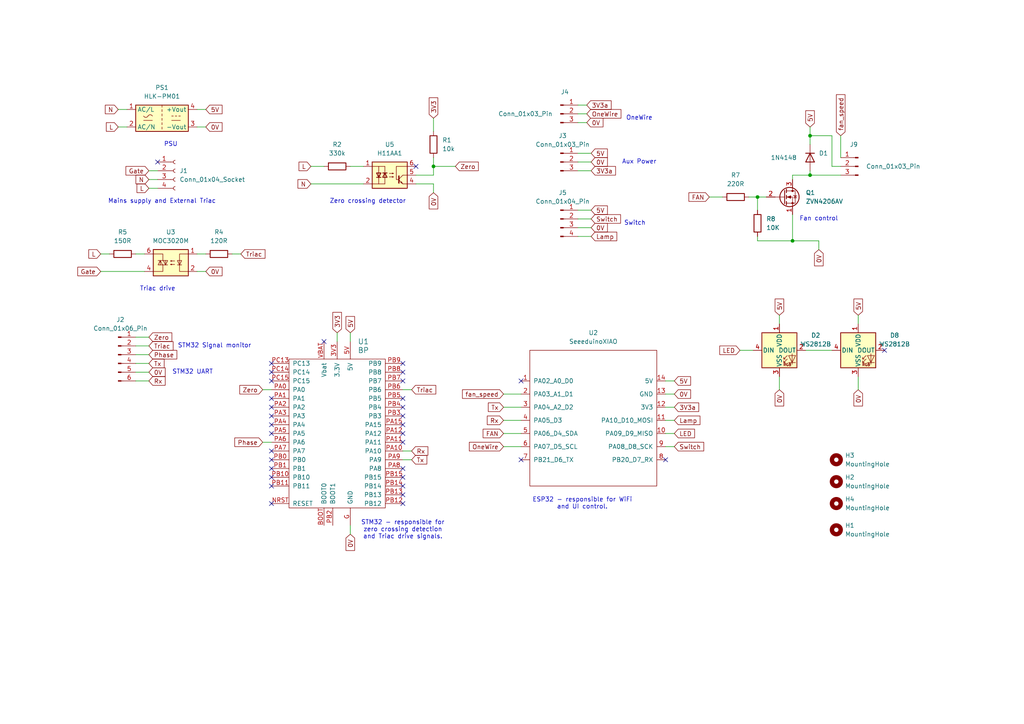
<source format=kicad_sch>
(kicad_sch (version 20250114) (generator "eeschema") (generator_version "9.0")
  (paper "A4")
  (lib_symbols
    (symbol "Connector:Conn_01x03_Pin" (pin_names (offset 1.016) (hide yes))
      (property "Reference" "J" (at 0 5.08 0))
      (property "Value" "Conn_01x03_Pin" (at 0 -5.08 0))
      (symbol "Conn_01x03_Pin_1_1"
        (rectangle (start 0.8636 2.667) (end 0 2.413) (stroke (width 0.1524)) (fill (type outline)))
        (rectangle (start 0.8636 0.127) (end 0 -0.127) (stroke (width 0.1524)) (fill (type outline)))
        (rectangle (start 0.8636 -2.413) (end 0 -2.667) (stroke (width 0.1524)) (fill (type outline)))
        (polyline (pts (xy 1.27 2.54) (xy 0.8636 2.54)) (stroke (width 0.1524)))
        (polyline (pts (xy 1.27 0) (xy 0.8636 0)) (stroke (width 0.1524)))
        (polyline (pts (xy 1.27 -2.54) (xy 0.8636 -2.54)) (stroke (width 0.1524)))
        (pin passive line (at 5.08 2.54 180) (length 3.81) (name "Pin_1") (number "1"))
        (pin passive line (at 5.08 0 180) (length 3.81) (name "Pin_2") (number "2"))
        (pin passive line (at 5.08 -2.54 180) (length 3.81) (name "Pin_3") (number "3"))
      )
    )
    (symbol "Connector:Conn_01x04_Pin" (pin_names (offset 1.016) (hide yes))
      (property "Reference" "J" (at 0 5.08 0))
      (property "Value" "Conn_01x04_Pin" (at 0 -7.62 0))
      (symbol "Conn_01x04_Pin_1_1"
        (rectangle (start 0.8636 2.667) (end 0 2.413) (stroke (width 0.1524)) (fill (type outline)))
        (rectangle (start 0.8636 0.127) (end 0 -0.127) (stroke (width 0.1524)) (fill (type outline)))
        (rectangle (start 0.8636 -2.413) (end 0 -2.667) (stroke (width 0.1524)) (fill (type outline)))
        (rectangle (start 0.8636 -4.953) (end 0 -5.207) (stroke (width 0.1524)) (fill (type outline)))
        (polyline (pts (xy 1.27 2.54) (xy 0.8636 2.54)) (stroke (width 0.1524)))
        (polyline (pts (xy 1.27 0) (xy 0.8636 0)) (stroke (width 0.1524)))
        (polyline (pts (xy 1.27 -2.54) (xy 0.8636 -2.54)) (stroke (width 0.1524)))
        (polyline (pts (xy 1.27 -5.08) (xy 0.8636 -5.08)) (stroke (width 0.1524)))
        (pin passive line (at 5.08 2.54 180) (length 3.81) (name "Pin_1") (number "1"))
        (pin passive line (at 5.08 0 180) (length 3.81) (name "Pin_2") (number "2"))
        (pin passive line (at 5.08 -2.54 180) (length 3.81) (name "Pin_3") (number "3"))
        (pin passive line (at 5.08 -5.08 180) (length 3.81) (name "Pin_4") (number "4"))
      )
    )
    (symbol "Connector:Conn_01x04_Socket" (pin_names (offset 1.016) (hide yes))
      (property "Reference" "J" (at 0 5.08 0))
      (property "Value" "Conn_01x04_Socket" (at 0 -7.62 0))
      (symbol "Conn_01x04_Socket_1_1"
        (polyline (pts (xy -1.27 2.54) (xy -0.508 2.54)) (stroke (width 0.1524)))
        (polyline (pts (xy -1.27 0) (xy -0.508 0)) (stroke (width 0.1524)))
        (polyline (pts (xy -1.27 -2.54) (xy -0.508 -2.54)) (stroke (width 0.1524)))
        (polyline (pts (xy -1.27 -5.08) (xy -0.508 -5.08)) (stroke (width 0.1524)))
        (arc (start 0 2.032) (mid -0.5058 2.54) (end 0 3.048) (stroke (width 0.1524)))
        (arc (start 0 -0.508) (mid -0.5058 0) (end 0 0.508) (stroke (width 0.1524)))
        (arc (start 0 -3.048) (mid -0.5058 -2.54) (end 0 -2.032) (stroke (width 0.1524)))
        (arc (start 0 -5.588) (mid -0.5058 -5.08) (end 0 -4.572) (stroke (width 0.1524)))
        (pin passive line (at -5.08 2.54 0) (length 3.81) (name "Pin_1") (number "1"))
        (pin passive line (at -5.08 0 0) (length 3.81) (name "Pin_2") (number "2"))
        (pin passive line (at -5.08 -2.54 0) (length 3.81) (name "Pin_3") (number "3"))
        (pin passive line (at -5.08 -5.08 0) (length 3.81) (name "Pin_4") (number "4"))
      )
    )
    (symbol "Connector:Conn_01x06_Pin" (pin_names (offset 1.016) (hide yes))
      (property "Reference" "J" (at 0 7.62 0))
      (property "Value" "Conn_01x06_Pin" (at 0 -10.16 0))
      (symbol "Conn_01x06_Pin_1_1"
        (rectangle (start 0.8636 5.207) (end 0 4.953) (stroke (width 0.1524)) (fill (type outline)))
        (rectangle (start 0.8636 2.667) (end 0 2.413) (stroke (width 0.1524)) (fill (type outline)))
        (rectangle (start 0.8636 0.127) (end 0 -0.127) (stroke (width 0.1524)) (fill (type outline)))
        (rectangle (start 0.8636 -2.413) (end 0 -2.667) (stroke (width 0.1524)) (fill (type outline)))
        (rectangle (start 0.8636 -4.953) (end 0 -5.207) (stroke (width 0.1524)) (fill (type outline)))
        (rectangle (start 0.8636 -7.493) (end 0 -7.747) (stroke (width 0.1524)) (fill (type outline)))
        (polyline (pts (xy 1.27 5.08) (xy 0.8636 5.08)) (stroke (width 0.1524)))
        (polyline (pts (xy 1.27 2.54) (xy 0.8636 2.54)) (stroke (width 0.1524)))
        (polyline (pts (xy 1.27 0) (xy 0.8636 0)) (stroke (width 0.1524)))
        (polyline (pts (xy 1.27 -2.54) (xy 0.8636 -2.54)) (stroke (width 0.1524)))
        (polyline (pts (xy 1.27 -5.08) (xy 0.8636 -5.08)) (stroke (width 0.1524)))
        (polyline (pts (xy 1.27 -7.62) (xy 0.8636 -7.62)) (stroke (width 0.1524)))
        (pin passive line (at 5.08 5.08 180) (length 3.81) (name "Pin_1") (number "1"))
        (pin passive line (at 5.08 2.54 180) (length 3.81) (name "Pin_2") (number "2"))
        (pin passive line (at 5.08 0 180) (length 3.81) (name "Pin_3") (number "3"))
        (pin passive line (at 5.08 -2.54 180) (length 3.81) (name "Pin_4") (number "4"))
        (pin passive line (at 5.08 -5.08 180) (length 3.81) (name "Pin_5") (number "5"))
        (pin passive line (at 5.08 -7.62 180) (length 3.81) (name "Pin_6") (number "6"))
      )
    )
    (symbol "Converter_ACDC:HLK-PM01"
      (property "Reference" "PS" (at 0 5.08 0))
      (property "Value" "HLK-PM01" (at 0 -5.08 0))
      (symbol "HLK-PM01_0_1"
        (rectangle (start -7.62 3.81) (end 7.62 -3.81) (stroke (width 0.254)) (fill (type background)))
        (polyline (pts (xy -5.334 -0.635) (xy -2.794 -0.635)))
        (arc (start -4.064 0.635) (mid -4.699 0.2495) (end -5.334 0.635))
        (arc (start -4.064 0.635) (mid -3.429 1.0072) (end -2.794 0.635))
        (polyline (pts (xy 0 3.81) (xy 0 3.175)))
        (polyline (pts (xy 0 2.54) (xy 0 1.905)))
        (polyline (pts (xy 0 1.27) (xy 0 0.635)))
        (polyline (pts (xy 0 0) (xy 0 -0.635)))
        (polyline (pts (xy 0 -1.27) (xy 0 -1.905)))
        (polyline (pts (xy 0 -2.54) (xy 0 -3.175)))
        (polyline (pts (xy 2.794 0.635) (xy 3.302 0.635)))
        (polyline (pts (xy 2.794 -0.635) (xy 5.334 -0.635)))
        (polyline (pts (xy 3.81 0.635) (xy 4.318 0.635)))
        (polyline (pts (xy 4.826 0.635) (xy 5.334 0.635)))
      )
      (symbol "HLK-PM01_1_1"
        (pin power_in line (at -10.16 2.54 0) (length 2.54) (name "AC/L") (number "1"))
        (pin power_in line (at -10.16 -2.54 0) (length 2.54) (name "AC/N") (number "2"))
        (pin power_out line (at 10.16 2.54 180) (length 2.54) (name "+Vout") (number "4"))
        (pin power_out line (at 10.16 -2.54 180) (length 2.54) (name "-Vout") (number "3"))
      )
    )
    (symbol "Device:R" (pin_numbers (hide yes)) (pin_names (offset 0))
      (property "Reference" "R" (at 2.032 0 90))
      (property "Value" "R" (at 0 0 90))
      (symbol "R_0_1"
        (rectangle (start -1.016 -2.54) (end 1.016 2.54) (stroke (width 0.254)))
      )
      (symbol "R_1_1"
        (pin passive line (at 0 3.81 270) (length 1.27) (name "~") (number "1"))
        (pin passive line (at 0 -3.81 90) (length 1.27) (name "~") (number "2"))
      )
    )
    (symbol "Diode:1N4148WT" (pin_numbers (hide yes)) (pin_names (hide yes))
      (property "Reference" "D" (at 0 2.54 0))
      (property "Value" "1N4148WT" (at 0 -2.54 0))
      (symbol "1N4148WT_0_1"
        (polyline (pts (xy -1.27 1.27) (xy -1.27 -1.27)) (stroke (width 0.254)))
        (polyline (pts (xy 1.27 1.27) (xy 1.27 -1.27) (xy -1.27 0) (xy 1.27 1.27)) (stroke (width 0.254)))
        (polyline (pts (xy 1.27 0) (xy -1.27 0)))
      )
      (symbol "1N4148WT_1_1"
        (pin passive line (at -3.81 0 0) (length 2.54) (name "K") (number "1"))
        (pin passive line (at 3.81 0 180) (length 2.54) (name "A") (number "2"))
      )
    )
    (symbol "Isolator:H11AA1"
      (property "Reference" "U" (at -5.334 4.953 0))
      (property "Value" "H11AA1" (at 0.635 4.953 0))
      (symbol "H11AA1_0_1"
        (polyline (pts (xy -2.032 0.635) (xy -0.762 0.635)) (stroke (width 0.254)))
        (polyline (pts (xy -1.397 2.54) (xy -3.175 2.54)) (stroke (width 0.1524)))
        (polyline (pts (xy -1.397 0.635) (xy -1.397 2.54)))
        (polyline (pts (xy -1.397 0.635) (xy -1.397 -0.635)))
        (polyline (pts (xy -1.397 0.635) (xy -2.032 -0.635) (xy -0.762 -0.635) (xy -1.397 0.635)) (stroke (width 0.254)))
        (polyline (pts (xy -1.397 -0.635) (xy -1.397 -2.54)))
        (polyline (pts (xy -1.397 -2.54) (xy -3.175 -2.54)) (stroke (width 0.1524)))
      )
      (symbol "H11AA1_1_1"
        (rectangle (start -5.08 3.81) (end 5.08 -3.81) (stroke (width 0.254)) (fill (type background)))
        (polyline (pts (xy -5.08 -2.54) (xy -3.175 -2.54) (xy -3.175 2.54) (xy -5.08 2.54)))
        (polyline (pts (xy -3.81 -0.635) (xy -2.54 -0.635)) (stroke (width 0.254)))
        (polyline (pts (xy -3.175 -0.635) (xy -3.81 0.635) (xy -2.54 0.635) (xy -3.175 -0.635)) (stroke (width 0.254)))
        (polyline (pts (xy -0.127 0.508) (xy 1.143 0.508) (xy 0.762 0.381) (xy 0.762 0.635) (xy 1.143 0.508)))
        (polyline (pts (xy -0.127 -0.508) (xy 1.143 -0.508) (xy 0.762 -0.635) (xy 0.762 -0.381) (xy 1.143 -0.508)))
        (polyline (pts (xy 2.667 -0.254) (xy 2.667 -2.286)) (stroke (width 0.3556)))
        (polyline (pts (xy 2.667 -1.143) (xy 3.81 0)))
        (polyline (pts (xy 2.667 -1.397) (xy 3.81 -2.54)))
        (polyline (pts (xy 3.683 -2.413) (xy 3.429 -1.905) (xy 3.175 -2.159) (xy 3.683 -2.413)))
        (polyline (pts (xy 3.81 0) (xy 5.08 0)))
        (polyline (pts (xy 3.81 -2.54) (xy 5.08 -2.54)))
        (polyline (pts (xy 5.08 2.54) (xy 1.905 2.54) (xy 1.905 -1.27) (xy 2.54 -1.27)))
        (pin passive line (at -7.62 2.54 0) (length 2.54) (name "~") (number "1"))
        (pin passive line (at -7.62 -2.54 0) (length 2.54) (name "~") (number "2"))
        (pin no_connect line (at -5.08 0 0) (length 2.54) (hide yes) (name "NC") (number "3"))
        (pin passive line (at 7.62 2.54 180) (length 2.54) (name "~") (number "6"))
        (pin passive line (at 7.62 0 180) (length 2.54) (name "~") (number "5"))
        (pin passive line (at 7.62 -2.54 180) (length 2.54) (name "~") (number "4"))
      )
    )
    (symbol "LED:WS2812B" (pin_names (offset 0.254))
      (property "Reference" "D" (at 5.08 5.715 0))
      (property "Value" "WS2812B" (at 1.27 -5.715 0))
      (symbol "WS2812B_0_0"
        (text "RGB" (at 2.286 -4.191 0) (effects (font (size 0.762 0.762))))
      )
      (symbol "WS2812B_0_1"
        (polyline (pts (xy 1.27 -2.54) (xy 1.778 -2.54)))
        (polyline (pts (xy 1.27 -3.556) (xy 1.778 -3.556)))
        (polyline (pts (xy 2.286 -1.524) (xy 1.27 -2.54) (xy 1.27 -2.032)))
        (polyline (pts (xy 2.286 -2.54) (xy 1.27 -3.556) (xy 1.27 -3.048)))
        (polyline (pts (xy 3.683 -1.016) (xy 3.683 -3.556) (xy 3.683 -4.064)))
        (polyline (pts (xy 4.699 -1.524) (xy 2.667 -1.524) (xy 3.683 -3.556) (xy 4.699 -1.524)))
        (polyline (pts (xy 4.699 -3.556) (xy 2.667 -3.556)))
        (rectangle (start 5.08 5.08) (end -5.08 -5.08) (stroke (width 0.254)) (fill (type background)))
      )
      (symbol "WS2812B_1_1"
        (pin input line (at -7.62 0 0) (length 2.54) (name "DIN") (number "4"))
        (pin power_in line (at 0 7.62 270) (length 2.54) (name "VDD") (number "1"))
        (pin power_in line (at 0 -7.62 90) (length 2.54) (name "VSS") (number "3"))
        (pin output line (at 7.62 0 180) (length 2.54) (name "DOUT") (number "2"))
      )
    )
    (symbol "Mechanical:MountingHole" (pin_names (offset 1.016))
      (property "Reference" "H" (at 0 5.08 0))
      (property "Value" "MountingHole" (at 0 3.175 0))
      (symbol "MountingHole_0_1"
        (circle (center 0 0) (radius 1.27) (stroke (width 1.27)))
      )
    )
    (symbol "Relay_SolidState:MOC3020M"
      (property "Reference" "U" (at -5.334 4.826 0))
      (property "Value" "MOC3020M" (at 0 5.08 0))
      (symbol "MOC3020M_0_1"
        (rectangle (start -5.08 3.81) (end 5.08 -3.81) (stroke (width 0.254)) (fill (type background)))
        (polyline (pts (xy -5.08 2.54) (xy -2.54 2.54) (xy -2.54 -2.54) (xy -5.08 -2.54)))
        (polyline (pts (xy -3.175 -0.635) (xy -1.905 -0.635)))
        (polyline (pts (xy -2.54 -0.635) (xy -3.175 0.635) (xy -1.905 0.635) (xy -2.54 -0.635)))
        (polyline (pts (xy -1.143 0.508) (xy 0.127 0.508) (xy -0.254 0.381) (xy -0.254 0.635) (xy 0.127 0.508)))
        (polyline (pts (xy -1.143 -0.508) (xy 0.127 -0.508) (xy -0.254 -0.635) (xy -0.254 -0.381) (xy 0.127 -0.508)))
        (polyline (pts (xy 0.889 -0.635) (xy 3.683 -0.635) (xy 3.048 0.635) (xy 2.413 -0.635)))
        (polyline (pts (xy 1.524 -0.635) (xy 1.524 0.635)))
        (polyline (pts (xy 2.286 0.635) (xy 2.286 2.54) (xy 5.08 2.54)))
        (polyline (pts (xy 2.286 -0.635) (xy 2.286 -2.54) (xy 5.08 -2.54)))
        (polyline (pts (xy 3.048 0.635) (xy 3.048 -0.635)))
        (polyline (pts (xy 3.683 0.635) (xy 0.889 0.635) (xy 1.524 -0.635) (xy 2.159 0.635)))
      )
      (symbol "MOC3020M_1_1"
        (pin passive line (at -7.62 2.54 0) (length 2.54) (name "~") (number "1"))
        (pin passive line (at -7.62 -2.54 0) (length 2.54) (name "~") (number "2"))
        (pin no_connect line (at -5.08 0 0) (length 2.54) (hide yes) (name "NC") (number "3"))
        (pin no_connect line (at 5.08 0 180) (length 2.54) (hide yes) (name "NC") (number "5"))
        (pin passive line (at 7.62 2.54 180) (length 2.54) (name "~") (number "6"))
        (pin passive line (at 7.62 -2.54 180) (length 2.54) (name "~") (number "4"))
      )
    )
    (symbol "Transistor_FET:2N7000" (pin_names (hide yes))
      (property "Reference" "Q" (at 5.08 1.905 0))
      (property "Value" "2N7000" (at 5.08 0 0))
      (symbol "2N7000_0_1"
        (polyline (pts (xy 0.254 1.905) (xy 0.254 -1.905)) (stroke (width 0.254)))
        (polyline (pts (xy 0.254 0) (xy -2.54 0)))
        (polyline (pts (xy 0.762 2.286) (xy 0.762 1.27)) (stroke (width 0.254)))
        (polyline (pts (xy 0.762 0.508) (xy 0.762 -0.508)) (stroke (width 0.254)))
        (polyline (pts (xy 0.762 -1.27) (xy 0.762 -2.286)) (stroke (width 0.254)))
        (polyline (pts (xy 0.762 -1.778) (xy 3.302 -1.778) (xy 3.302 1.778) (xy 0.762 1.778)))
        (polyline (pts (xy 1.016 0) (xy 2.032 0.381) (xy 2.032 -0.381) (xy 1.016 0)) (fill (type outline)))
        (circle (center 1.651 0) (radius 2.794) (stroke (width 0.254)))
        (polyline (pts (xy 2.54 2.54) (xy 2.54 1.778)))
        (circle (center 2.54 1.778) (radius 0.254) (fill (type outline)))
        (circle (center 2.54 -1.778) (radius 0.254) (fill (type outline)))
        (polyline (pts (xy 2.54 -2.54) (xy 2.54 0) (xy 0.762 0)))
        (polyline (pts (xy 2.794 0.508) (xy 2.921 0.381) (xy 3.683 0.381) (xy 3.81 0.254)))
        (polyline (pts (xy 3.302 0.381) (xy 2.921 -0.254) (xy 3.683 -0.254) (xy 3.302 0.381)))
      )
      (symbol "2N7000_1_1"
        (pin input line (at -5.08 0 0) (length 2.54) (name "G") (number "2"))
        (pin passive line (at 2.54 5.08 270) (length 2.54) (name "D") (number "3"))
        (pin passive line (at 2.54 -5.08 90) (length 2.54) (name "S") (number "1"))
      )
    )
    (symbol "davelib:BP" (pin_names (offset 1.016))
      (property "Reference" "U" (at -12.7 22.86 0))
      (property "Value" "BP" (at 7.62 -24.13 0))
      (symbol "BP_0_1"
        (rectangle (start -13.97 21.59) (end 13.97 -21.59))
      )
      (symbol "BP_1_1"
        (pin bidirectional line (at -19.05 20.32 0) (length 5.08) (name "PC13") (number "PC13"))
        (pin bidirectional line (at -19.05 17.78 0) (length 5.08) (name "PC14") (number "PC14"))
        (pin bidirectional line (at -19.05 15.24 0) (length 5.08) (name "PC15") (number "PC15"))
        (pin bidirectional line (at -19.05 12.7 0) (length 5.08) (name "PA0") (number "PA0"))
        (pin bidirectional line (at -19.05 10.16 0) (length 5.08) (name "PA1") (number "PA1"))
        (pin bidirectional line (at -19.05 7.62 0) (length 5.08) (name "PA2") (number "PA2"))
        (pin bidirectional line (at -19.05 5.08 0) (length 5.08) (name "PA3") (number "PA3"))
        (pin bidirectional line (at -19.05 2.54 0) (length 5.08) (name "PA4") (number "PA4"))
        (pin bidirectional line (at -19.05 0 0) (length 5.08) (name "PA5") (number "PA5"))
        (pin bidirectional line (at -19.05 -2.54 0) (length 5.08) (name "PA6") (number "PA6"))
        (pin bidirectional line (at -19.05 -5.08 0) (length 5.08) (name "PA7") (number "PA7"))
        (pin bidirectional line (at -19.05 -7.62 0) (length 5.08) (name "PB0") (number "PB0"))
        (pin bidirectional line (at -19.05 -10.16 0) (length 5.08) (name "PB1") (number "PB1"))
        (pin bidirectional line (at -19.05 -12.7 0) (length 5.08) (name "PB10") (number "PB10"))
        (pin bidirectional line (at -19.05 -15.24 0) (length 5.08) (name "PB11") (number "PB11"))
        (pin input line (at -19.05 -20.32 0) (length 5.08) (name "RESET") (number "NRST"))
        (pin power_in line (at -3.81 26.67 270) (length 5.08) (name "Vbat") (number "VBAT"))
        (pin input line (at -3.81 -26.67 90) (length 5.08) (name "BOOT0") (number "BOOT"))
        (pin input line (at -1.27 -26.67 90) (length 5.08) (name "BOOT1") (number "PB2"))
        (pin power_out line (at 0 26.67 270) (length 5.08) (name "3.3V") (number "3V3"))
        (pin power_out line (at 3.81 26.67 270) (length 5.08) (name "5V") (number "5V"))
        (pin power_out line (at 3.81 -26.67 90) (length 5.08) (name "GND") (number "G"))
        (pin bidirectional line (at 19.05 20.32 180) (length 5.08) (name "PB9") (number "PB9"))
        (pin bidirectional line (at 19.05 17.78 180) (length 5.08) (name "PB8") (number "PB8"))
        (pin bidirectional line (at 19.05 15.24 180) (length 5.08) (name "PB7") (number "PB7"))
        (pin bidirectional line (at 19.05 12.7 180) (length 5.08) (name "PB6") (number "PB6"))
        (pin bidirectional line (at 19.05 10.16 180) (length 5.08) (name "PB5") (number "PB5"))
        (pin bidirectional line (at 19.05 7.62 180) (length 5.08) (name "PB4") (number "PB4"))
        (pin bidirectional line (at 19.05 5.08 180) (length 5.08) (name "PB3") (number "PB3"))
        (pin bidirectional line (at 19.05 2.54 180) (length 5.08) (name "PA15") (number "PA15"))
        (pin bidirectional line (at 19.05 0 180) (length 5.08) (name "PA12") (number "PA12"))
        (pin bidirectional line (at 19.05 -2.54 180) (length 5.08) (name "PA11") (number "PA11"))
        (pin bidirectional line (at 19.05 -5.08 180) (length 5.08) (name "PA10") (number "PA10"))
        (pin bidirectional line (at 19.05 -7.62 180) (length 5.08) (name "PA9") (number "PA9"))
        (pin bidirectional line (at 19.05 -10.16 180) (length 5.08) (name "PA8") (number "PA8"))
        (pin bidirectional line (at 19.05 -12.7 180) (length 5.08) (name "PB15") (number "PB15"))
        (pin bidirectional line (at 19.05 -15.24 180) (length 5.08) (name "PB14") (number "PB14"))
        (pin bidirectional line (at 19.05 -17.78 180) (length 5.08) (name "PB13") (number "PB13"))
        (pin bidirectional line (at 19.05 -20.32 180) (length 5.08) (name "PB12") (number "PB12"))
      )
    )
    (symbol "davelib:SeeeduinoXIAO" (pin_names (offset 1.016))
      (property "Reference" "U" (at -19.05 22.86 0))
      (property "Value" "SeeeduinoXIAO" (at -12.7 21.59 0))
      (symbol "SeeeduinoXIAO_0_1"
        (rectangle (start -19.05 20.32) (end 17.78 -19.05))
      )
      (symbol "SeeeduinoXIAO_1_1"
        (pin unspecified line (at -21.59 11.43 0) (length 2.54) (name "PA02_A0_D0") (number "1"))
        (pin unspecified line (at -21.59 7.62 0) (length 2.54) (name "PA03_A1_D1") (number "2"))
        (pin unspecified line (at -21.59 3.81 0) (length 2.54) (name "PA04_A2_D2") (number "3"))
        (pin unspecified line (at -21.59 0 0) (length 2.54) (name "PA05_D3") (number "4"))
        (pin unspecified line (at -21.59 -3.81 0) (length 2.54) (name "PA06_D4_SDA") (number "5"))
        (pin unspecified line (at -21.59 -7.62 0) (length 2.54) (name "PA07_D5_SCL") (number "6"))
        (pin unspecified line (at -21.59 -11.43 0) (length 2.54) (name "PB21_D6_TX") (number "7"))
        (pin unspecified line (at 20.32 11.43 180) (length 2.54) (name "5V") (number "14"))
        (pin unspecified line (at 20.32 7.62 180) (length 2.54) (name "GND") (number "13"))
        (pin unspecified line (at 20.32 3.81 180) (length 2.54) (name "3V3") (number "12"))
        (pin unspecified line (at 20.32 0 180) (length 2.54) (name "PA10_D10_MOSI") (number "11"))
        (pin unspecified line (at 20.32 -3.81 180) (length 2.54) (name "PA09_D9_MISO") (number "10"))
        (pin unspecified line (at 20.32 -7.62 180) (length 2.54) (name "PA08_D8_SCK") (number "9"))
        (pin unspecified line (at 20.32 -11.43 180) (length 2.54) (name "PB20_D7_RX") (number "8"))
      )
    )
  )
  (text "OneWire" (exclude_from_sim yes) (at 185.42 34.29 0) (effects (font (size 1.27 1.27))))
  (text "PSU" (exclude_from_sim yes) (at 49.53 41.91 0) (effects (font (size 1.27 1.27))))
  (text "Triac drive" (exclude_from_sim yes) (at 45.72 83.82 0) (effects (font (size 1.27 1.27))))
  (text "Switch" (at 184.15 64.77 0) (effects (font (size 1.27 1.27))))
  (text "Zero crossing detector" (exclude_from_sim yes) (at 106.68 58.42 0) (effects (font (size 1.27 1.27))))
  (text "ESP32 - responsible for WiFi\nand UI control." (exclude_from_sim yes) (at 168.91 146.05 0) (effects (font (size 1.27 1.27))))
  (text "STM32 UART" (exclude_from_sim yes) (at 55.88 107.95 0) (effects (font (size 1.27 1.27))))
  (text "Aux Power" (at 185.42 46.99 0) (effects (font (size 1.27 1.27))))
  (text "Mains supply and External Triac" (exclude_from_sim yes) (at 46.99 58.42 0) (effects (font (size 1.27 1.27))))
  (text "Fan control" (exclude_from_sim yes) (at 237.49 63.5 0) (effects (font (size 1.27 1.27))))
  (text "STM32 Signal monitor" (exclude_from_sim yes) (at 62.23 100.33 0) (effects (font (size 1.27 1.27))))
  (text "STM32 - responsible for\nzero crossing detection\nand Triac drive signals." (exclude_from_sim yes) (at 116.84 153.67 0) (effects (font (size 1.27 1.27))))
  (junction (at 234.95 39.37))
  (junction (at 125.73 48.26))
  (junction (at 219.71 57.15))
  (junction (at 234.95 50.8))
  (junction (at 229.87 69.85))
  (no_connect (at 78.74 138.43))
  (no_connect (at 116.84 135.89))
  (no_connect (at 151.13 110.49))
  (no_connect (at 93.98 99.06))
  (no_connect (at 78.74 107.95))
  (no_connect (at 45.72 46.99))
  (no_connect (at 116.84 138.43))
  (no_connect (at 78.74 135.89))
  (no_connect (at 78.74 133.35))
  (no_connect (at 116.84 123.19))
  (no_connect (at 256.54 101.6))
  (no_connect (at 78.74 120.65))
  (no_connect (at 78.74 115.57))
  (no_connect (at 78.74 123.19))
  (no_connect (at 78.74 110.49))
  (no_connect (at 116.84 128.27))
  (no_connect (at 78.74 105.41))
  (no_connect (at 116.84 140.97))
  (no_connect (at 116.84 143.51))
  (no_connect (at 120.65 48.26))
  (no_connect (at 116.84 107.95))
  (no_connect (at 78.74 140.97))
  (no_connect (at 116.84 115.57))
  (no_connect (at 193.04 133.35))
  (no_connect (at 116.84 105.41))
  (no_connect (at 78.74 118.11))
  (no_connect (at 116.84 125.73))
  (no_connect (at 78.74 146.05))
  (no_connect (at 78.74 125.73))
  (no_connect (at 116.84 120.65))
  (no_connect (at 116.84 118.11))
  (no_connect (at 151.13 133.35))
  (no_connect (at 116.84 146.05))
  (no_connect (at 78.74 130.81))
  (no_connect (at 116.84 110.49))
  (wire (pts (xy 234.95 50.8) (xy 243.84 50.8)))
  (wire (pts (xy 34.29 31.75) (xy 36.83 31.75)))
  (wire (pts (xy 125.73 53.34) (xy 125.73 55.88)))
  (wire (pts (xy 120.65 53.34) (xy 125.73 53.34)))
  (wire (pts (xy 229.87 50.8) (xy 229.87 52.07)))
  (wire (pts (xy 39.37 110.49) (xy 43.18 110.49)))
  (wire (pts (xy 146.05 121.92) (xy 151.13 121.92)))
  (wire (pts (xy 233.68 101.6) (xy 241.3 101.6)))
  (wire (pts (xy 219.71 68.58) (xy 219.71 69.85)))
  (wire (pts (xy 76.2 113.03) (xy 78.74 113.03)))
  (wire (pts (xy 193.04 114.3) (xy 195.58 114.3)))
  (wire (pts (xy 167.64 44.45) (xy 171.45 44.45)))
  (wire (pts (xy 226.06 109.22) (xy 226.06 113.03)))
  (wire (pts (xy 67.31 73.66) (xy 69.85 73.66)))
  (wire (pts (xy 90.17 48.26) (xy 93.98 48.26)))
  (wire (pts (xy 167.64 66.04) (xy 171.45 66.04)))
  (wire (pts (xy 241.3 39.37) (xy 241.3 48.26)))
  (wire (pts (xy 226.06 91.44) (xy 226.06 93.98)))
  (wire (pts (xy 234.95 36.83) (xy 234.95 39.37)))
  (wire (pts (xy 229.87 62.23) (xy 229.87 69.85)))
  (wire (pts (xy 125.73 34.29) (xy 125.73 38.1)))
  (wire (pts (xy 125.73 45.72) (xy 125.73 48.26)))
  (wire (pts (xy 146.05 125.73) (xy 151.13 125.73)))
  (wire (pts (xy 43.18 52.07) (xy 45.72 52.07)))
  (wire (pts (xy 43.18 49.53) (xy 45.72 49.53)))
  (wire (pts (xy 167.64 49.53) (xy 171.45 49.53)))
  (wire (pts (xy 234.95 39.37) (xy 234.95 41.91)))
  (wire (pts (xy 39.37 107.95) (xy 43.18 107.95)))
  (wire (pts (xy 219.71 57.15) (xy 222.25 57.15)))
  (wire (pts (xy 34.29 36.83) (xy 36.83 36.83)))
  (wire (pts (xy 193.04 118.11) (xy 195.58 118.11)))
  (wire (pts (xy 146.05 129.54) (xy 151.13 129.54)))
  (wire (pts (xy 193.04 125.73) (xy 195.58 125.73)))
  (wire (pts (xy 219.71 69.85) (xy 229.87 69.85)))
  (wire (pts (xy 101.6 48.26) (xy 105.41 48.26)))
  (wire (pts (xy 167.64 68.58) (xy 171.45 68.58)))
  (wire (pts (xy 167.64 60.96) (xy 171.45 60.96)))
  (wire (pts (xy 39.37 73.66) (xy 41.91 73.66)))
  (wire (pts (xy 57.15 36.83) (xy 59.69 36.83)))
  (wire (pts (xy 125.73 48.26) (xy 125.73 50.8)))
  (wire (pts (xy 39.37 97.79) (xy 43.18 97.79)))
  (wire (pts (xy 214.63 101.6) (xy 218.44 101.6)))
  (wire (pts (xy 229.87 69.85) (xy 237.49 69.85)))
  (wire (pts (xy 43.18 54.61) (xy 45.72 54.61)))
  (wire (pts (xy 167.64 46.99) (xy 171.45 46.99)))
  (wire (pts (xy 219.71 57.15) (xy 219.71 60.96)))
  (wire (pts (xy 29.21 73.66) (xy 31.75 73.66)))
  (wire (pts (xy 217.17 57.15) (xy 219.71 57.15)))
  (wire (pts (xy 248.92 91.44) (xy 248.92 93.98)))
  (wire (pts (xy 57.15 31.75) (xy 59.69 31.75)))
  (wire (pts (xy 193.04 129.54) (xy 195.58 129.54)))
  (wire (pts (xy 29.21 78.74) (xy 41.91 78.74)))
  (wire (pts (xy 116.84 130.81) (xy 119.38 130.81)))
  (wire (pts (xy 39.37 100.33) (xy 43.18 100.33)))
  (wire (pts (xy 101.6 96.52) (xy 101.6 99.06)))
  (wire (pts (xy 167.64 35.56) (xy 170.18 35.56)))
  (wire (pts (xy 241.3 48.26) (xy 243.84 48.26)))
  (wire (pts (xy 234.95 50.8) (xy 229.87 50.8)))
  (wire (pts (xy 120.65 50.8) (xy 125.73 50.8)))
  (wire (pts (xy 167.64 33.02) (xy 170.18 33.02)))
  (wire (pts (xy 248.92 109.22) (xy 248.92 113.03)))
  (wire (pts (xy 39.37 105.41) (xy 43.18 105.41)))
  (wire (pts (xy 76.2 128.27) (xy 78.74 128.27)))
  (wire (pts (xy 125.73 48.26) (xy 132.08 48.26)))
  (wire (pts (xy 116.84 113.03) (xy 119.38 113.03)))
  (wire (pts (xy 193.04 110.49) (xy 195.58 110.49)))
  (wire (pts (xy 146.05 118.11) (xy 151.13 118.11)))
  (wire (pts (xy 97.79 96.52) (xy 97.79 99.06)))
  (wire (pts (xy 243.84 39.37) (xy 243.84 45.72)))
  (wire (pts (xy 234.95 39.37) (xy 241.3 39.37)))
  (wire (pts (xy 237.49 69.85) (xy 237.49 72.39)))
  (wire (pts (xy 90.17 53.34) (xy 105.41 53.34)))
  (wire (pts (xy 167.64 30.48) (xy 170.18 30.48)))
  (wire (pts (xy 234.95 49.53) (xy 234.95 50.8)))
  (wire (pts (xy 101.6 152.4) (xy 101.6 154.94)))
  (wire (pts (xy 57.15 78.74) (xy 59.69 78.74)))
  (wire (pts (xy 146.05 114.3) (xy 151.13 114.3)))
  (wire (pts (xy 205.74 57.15) (xy 209.55 57.15)))
  (wire (pts (xy 116.84 133.35) (xy 119.38 133.35)))
  (wire (pts (xy 57.15 73.66) (xy 59.69 73.66)))
  (wire (pts (xy 193.04 121.92) (xy 195.58 121.92)))
  (wire (pts (xy 167.64 63.5) (xy 171.45 63.5)))
  (wire (pts (xy 39.37 102.87) (xy 43.18 102.87)))
  (global_label "0V" (shape input) (at 226.06 113.03 270) (property "Intersheetrefs" "${INTERSHEET_REFS}" (effects (hide yes))))
  (global_label "3V3a" (shape input) (at 171.45 49.53 0) (property "Intersheetrefs" "${INTERSHEET_REFS}" (effects (hide yes))))
  (global_label "0V" (shape input) (at 59.69 78.74 0) (property "Intersheetrefs" "${INTERSHEET_REFS}" (effects (hide yes))))
  (global_label "Zero" (shape input) (at 43.18 97.79 0) (property "Intersheetrefs" "${INTERSHEET_REFS}" (effects (hide yes))))
  (global_label "3V3" (shape input) (at 125.73 34.29 90) (property "Intersheetrefs" "${INTERSHEET_REFS}" (effects (hide yes))))
  (global_label "L" (shape input) (at 43.18 54.61 180) (property "Intersheetrefs" "${INTERSHEET_REFS}" (effects (hide yes))))
  (global_label "0V" (shape input) (at 170.18 35.56 0) (property "Intersheetrefs" "${INTERSHEET_REFS}" (effects (hide yes))))
  (global_label "L" (shape input) (at 34.29 36.83 180) (property "Intersheetrefs" "${INTERSHEET_REFS}" (effects (hide yes))))
  (global_label "5V" (shape input) (at 171.45 60.96 0) (property "Intersheetrefs" "${INTERSHEET_REFS}" (effects (hide yes))))
  (global_label "5V" (shape input) (at 59.69 31.75 0) (property "Intersheetrefs" "${INTERSHEET_REFS}" (effects (hide yes))))
  (global_label "Gate" (shape input) (at 29.21 78.74 180) (property "Intersheetrefs" "${INTERSHEET_REFS}" (effects (hide yes))))
  (global_label "5V" (shape input) (at 101.6 96.52 90) (property "Intersheetrefs" "${INTERSHEET_REFS}" (effects (hide yes))))
  (global_label "0V" (shape input) (at 101.6 154.94 270) (property "Intersheetrefs" "${INTERSHEET_REFS}" (effects (hide yes))))
  (global_label "Lamp" (shape input) (at 171.45 68.58 0) (property "Intersheetrefs" "${INTERSHEET_REFS}" (effects (hide yes))))
  (global_label "Rx" (shape input) (at 43.18 110.49 0) (property "Intersheetrefs" "${INTERSHEET_REFS}" (effects (hide yes))))
  (global_label "5V" (shape input) (at 171.45 44.45 0) (property "Intersheetrefs" "${INTERSHEET_REFS}" (effects (hide yes))))
  (global_label "L" (shape input) (at 29.21 73.66 180) (property "Intersheetrefs" "${INTERSHEET_REFS}" (effects (hide yes))))
  (global_label "5V" (shape input) (at 195.58 110.49 0) (property "Intersheetrefs" "${INTERSHEET_REFS}" (effects (hide yes))))
  (global_label "fan_speed" (shape input) (at 243.84 39.37 90) (property "Intersheetrefs" "${INTERSHEET_REFS}" (effects (hide yes))))
  (global_label "L" (shape input) (at 90.17 48.26 180) (property "Intersheetrefs" "${INTERSHEET_REFS}" (effects (hide yes))))
  (global_label "3V3a" (shape input) (at 195.58 118.11 0) (property "Intersheetrefs" "${INTERSHEET_REFS}" (effects (hide yes))))
  (global_label "OneWire" (shape input) (at 170.18 33.02 0) (property "Intersheetrefs" "${INTERSHEET_REFS}" (effects (hide yes))))
  (global_label "0V" (shape input) (at 43.18 107.95 0) (property "Intersheetrefs" "${INTERSHEET_REFS}" (effects (hide yes))))
  (global_label "Tx" (shape input) (at 146.05 118.11 180) (property "Intersheetrefs" "${INTERSHEET_REFS}" (effects (hide yes))))
  (global_label "N" (shape input) (at 34.29 31.75 180) (property "Intersheetrefs" "${INTERSHEET_REFS}" (effects (hide yes))))
  (global_label "5V" (shape input) (at 248.92 91.44 90) (property "Intersheetrefs" "${INTERSHEET_REFS}" (effects (hide yes))))
  (global_label "Phase" (shape input) (at 76.2 128.27 180) (property "Intersheetrefs" "${INTERSHEET_REFS}" (effects (hide yes))))
  (global_label "0V" (shape input) (at 125.73 55.88 270) (property "Intersheetrefs" "${INTERSHEET_REFS}" (effects (hide yes))))
  (global_label "Triac" (shape input) (at 69.85 73.66 0) (property "Intersheetrefs" "${INTERSHEET_REFS}" (effects (hide yes))))
  (global_label "FAN" (shape input) (at 205.74 57.15 180) (property "Intersheetrefs" "${INTERSHEET_REFS}" (effects (hide yes))))
  (global_label "5V" (shape input) (at 234.95 36.83 90) (property "Intersheetrefs" "${INTERSHEET_REFS}" (effects (hide yes))))
  (global_label "Switch" (shape input) (at 171.45 63.5 0) (property "Intersheetrefs" "${INTERSHEET_REFS}" (effects (hide yes))))
  (global_label "Switch" (shape input) (at 195.58 129.54 0) (property "Intersheetrefs" "${INTERSHEET_REFS}" (effects (hide yes))))
  (global_label "Triac" (shape input) (at 43.18 100.33 0) (property "Intersheetrefs" "${INTERSHEET_REFS}" (effects (hide yes))))
  (global_label "N" (shape input) (at 90.17 53.34 180) (property "Intersheetrefs" "${INTERSHEET_REFS}" (effects (hide yes))))
  (global_label "LED" (shape input) (at 214.63 101.6 180) (property "Intersheetrefs" "${INTERSHEET_REFS}" (effects (hide yes))))
  (global_label "Rx" (shape input) (at 146.05 121.92 180) (property "Intersheetrefs" "${INTERSHEET_REFS}" (effects (hide yes))))
  (global_label "0V" (shape input) (at 171.45 46.99 0) (property "Intersheetrefs" "${INTERSHEET_REFS}" (effects (hide yes))))
  (global_label "0V" (shape input) (at 237.49 72.39 270) (property "Intersheetrefs" "${INTERSHEET_REFS}" (effects (hide yes))))
  (global_label "3V3" (shape input) (at 97.79 96.52 90) (property "Intersheetrefs" "${INTERSHEET_REFS}" (effects (hide yes))))
  (global_label "Tx" (shape input) (at 43.18 105.41 0) (property "Intersheetrefs" "${INTERSHEET_REFS}" (effects (hide yes))))
  (global_label "Phase" (shape input) (at 43.18 102.87 0) (property "Intersheetrefs" "${INTERSHEET_REFS}" (effects (hide yes))))
  (global_label "Lamp" (shape input) (at 195.58 121.92 0) (property "Intersheetrefs" "${INTERSHEET_REFS}" (effects (hide yes))))
  (global_label "Zero" (shape input) (at 76.2 113.03 180) (property "Intersheetrefs" "${INTERSHEET_REFS}" (effects (hide yes))))
  (global_label "0V" (shape input) (at 59.69 36.83 0) (property "Intersheetrefs" "${INTERSHEET_REFS}" (effects (hide yes))))
  (global_label "5V" (shape input) (at 226.06 91.44 90) (property "Intersheetrefs" "${INTERSHEET_REFS}" (effects (hide yes))))
  (global_label "Gate" (shape input) (at 43.18 49.53 180) (property "Intersheetrefs" "${INTERSHEET_REFS}" (effects (hide yes))))
  (global_label "3V3a" (shape input) (at 170.18 30.48 0) (property "Intersheetrefs" "${INTERSHEET_REFS}" (effects (hide yes))))
  (global_label "Tx" (shape input) (at 119.38 133.35 0) (property "Intersheetrefs" "${INTERSHEET_REFS}" (effects (hide yes))))
  (global_label "N" (shape input) (at 43.18 52.07 180) (property "Intersheetrefs" "${INTERSHEET_REFS}" (effects (hide yes))))
  (global_label "Zero" (shape input) (at 132.08 48.26 0) (property "Intersheetrefs" "${INTERSHEET_REFS}" (effects (hide yes))))
  (global_label "0V" (shape input) (at 195.58 114.3 0) (property "Intersheetrefs" "${INTERSHEET_REFS}" (effects (hide yes))))
  (global_label "0V" (shape input) (at 248.92 113.03 270) (property "Intersheetrefs" "${INTERSHEET_REFS}" (effects (hide yes))))
  (global_label "OneWire" (shape input) (at 146.05 129.54 180) (property "Intersheetrefs" "${INTERSHEET_REFS}" (effects (hide yes))))
  (global_label "Rx" (shape input) (at 119.38 130.81 0) (property "Intersheetrefs" "${INTERSHEET_REFS}" (effects (hide yes))))
  (global_label "LED" (shape input) (at 195.58 125.73 0) (property "Intersheetrefs" "${INTERSHEET_REFS}" (effects (hide yes))))
  (global_label "fan_speed" (shape input) (at 146.05 114.3 180) (property "Intersheetrefs" "${INTERSHEET_REFS}" (effects (hide yes))))
  (global_label "FAN" (shape input) (at 146.05 125.73 180) (property "Intersheetrefs" "${INTERSHEET_REFS}" (effects (hide yes))))
  (global_label "0V" (shape input) (at 171.45 66.04 0) (property "Intersheetrefs" "${INTERSHEET_REFS}" (effects (hide yes))))
  (global_label "Triac" (shape input) (at 119.38 113.03 0) (property "Intersheetrefs" "${INTERSHEET_REFS}" (effects (hide yes))))
  (symbol (lib_id "Connector:Conn_01x03_Pin") (at 248.92 48.26 0) (mirror y) (unit 1)
    (property "Reference" "J9" (at 247.65 41.91 0))
    (property "Value" "Conn_01x03_Pin" (at 259.08 48.26 0))
    (property "Footprint" "Connector_PinHeader_2.54mm:PinHeader_1x03_P2.54mm_Vertical" (effects (hide yes)))
    (property "Description" "Generic connector, single row, 01x03, script generated" (effects (hide yes)))
  )
  (symbol (lib_id "Mechanical:MountingHole") (at 242.57 133.35 0) (unit 1)
    (property "Reference" "H3" (at 245.11 132.0799 0) (effects (justify left)))
    (property "Value" "MountingHole" (at 245.11 134.6199 0) (effects (justify left)))
    (property "Footprint" "MountingHole:MountingHole_3.2mm_M3" (effects (hide yes)))
  )
  (symbol (lib_id "Isolator:H11AA1") (at 113.03 50.8 0) (unit 1)
    (property "Reference" "U5" (at 113.03 41.91 0))
    (property "Value" "H11AA1" (at 113.03 44.45 0))
    (property "Footprint" "Package_DIP:DIP-6_W7.62mm" (effects (hide yes)))
    (property "Datasheet" "https://www.vishay.com/docs/83608/h11aa1.pdf" (effects (hide yes)))
    (property "Description" "AC/DC NPN Optocoupler, DIP-6" (effects (hide yes)))
  )
  (symbol (lib_id "Device:R") (at 63.5 73.66 90) (unit 1)
    (property "Reference" "R4" (at 63.5 67.31 90))
    (property "Value" "120R" (at 63.5 69.85 90))
    (property "Footprint" "Resistor_THT:R_Axial_DIN0207_L6.3mm_D2.5mm_P7.62mm_Horizontal" (effects (hide yes)))
    (property "Description" "Resistor" (effects (hide yes)))
  )
  (symbol (lib_id "Device:R") (at 35.56 73.66 90) (unit 1)
    (property "Reference" "R5" (at 35.56 67.31 90))
    (property "Value" "150R" (at 35.56 69.85 90))
    (property "Footprint" "Resistor_THT:R_Axial_DIN0207_L6.3mm_D2.5mm_P7.62mm_Horizontal" (effects (hide yes)))
    (property "Description" "Resistor" (effects (hide yes)))
  )
  (symbol (lib_id "Connector:Conn_01x04_Pin") (at 162.56 63.5 0) (unit 1)
    (property "Reference" "J5" (at 163.195 55.88 0))
    (property "Value" "Conn_01x04_Pin" (at 163.195 58.42 0))
    (property "Footprint" "Connector_PinHeader_2.54mm:PinHeader_1x04_P2.54mm_Vertical" (effects (hide yes)))
    (property "Description" "Generic connector, single row, 01x04, script generated" (effects (hide yes)))
  )
  (symbol (lib_id "Connector:Conn_01x06_Pin") (at 34.29 102.87 0) (unit 1)
    (property "Reference" "J2" (at 34.925 92.71 0))
    (property "Value" "Conn_01x06_Pin" (at 34.925 95.25 0))
    (property "Footprint" "Connector_PinHeader_2.54mm:PinHeader_1x06_P2.54mm_Vertical" (effects (hide yes)))
    (property "Description" "Generic connector, single row, 01x06, script generated" (effects (hide yes)))
  )
  (symbol (lib_id "Device:R") (at 97.79 48.26 270) (unit 1)
    (property "Reference" "R2" (at 97.79 41.91 90))
    (property "Value" "330k" (at 97.79 44.45 90))
    (property "Footprint" "Resistor_THT:R_Axial_DIN0207_L6.3mm_D2.5mm_P7.62mm_Horizontal" (effects (hide yes)))
    (property "Description" "Resistor" (effects (hide yes)))
  )
  (symbol (lib_id "davelib:BP") (at 97.79 125.73 0) (unit 1)
    (property "Reference" "U1" (at 103.7433 99.06 0) (effects (font (size 1.524 1.524)) (justify left)))
    (property "Value" "BP" (at 103.7433 101.6 0) (effects (font (size 1.524 1.524)) (justify left)))
    (property "Footprint" "davelib:blue_pill" (effects (hide yes)))
  )
  (symbol (lib_id "Device:R") (at 213.36 57.15 90) (unit 1)
    (property "Reference" "R7" (at 213.36 50.8 90))
    (property "Value" "220R" (at 213.36 53.34 90))
    (property "Footprint" "Resistor_THT:R_Axial_DIN0207_L6.3mm_D2.5mm_P7.62mm_Horizontal" (effects (hide yes)))
    (property "Description" "Resistor" (effects (hide yes)))
  )
  (symbol (lib_id "Mechanical:MountingHole") (at 242.57 146.05 0) (unit 1)
    (property "Reference" "H4" (at 245.11 144.7799 0) (effects (justify left)))
    (property "Value" "MountingHole" (at 245.11 147.3199 0) (effects (justify left)))
    (property "Footprint" "MountingHole:MountingHole_3.2mm_M3" (effects (hide yes)))
  )
  (symbol (lib_id "LED:WS2812B") (at 248.92 101.6 0) (unit 1)
    (property "Reference" "D8" (at 259.461 97.2693 0))
    (property "Value" "WS2812B" (at 259.461 99.8093 0))
    (property "Footprint" "davelib:LED_D8-YF923" (effects (hide yes)))
    (property "Datasheet" "https://cdn-shop.adafruit.com/datasheets/WS2812B.pdf" (effects (hide yes)))
  )
  (symbol (lib_id "LED:WS2812B") (at 226.06 101.6 0) (unit 1)
    (property "Reference" "D2" (at 236.601 97.2693 0))
    (property "Value" "WS2812B" (at 236.601 99.8093 0))
    (property "Footprint" "davelib:LED_D8-YF923" (effects (hide yes)))
    (property "Datasheet" "https://cdn-shop.adafruit.com/datasheets/WS2812B.pdf" (effects (hide yes)))
  )
  (symbol (lib_id "davelib:SeeeduinoXIAO") (at 172.72 121.92 0) (unit 1)
    (property "Reference" "U2" (at 172.085 96.52 0))
    (property "Value" "SeeeduinoXIAO" (at 172.085 99.06 0))
    (property "Footprint" "davelib:Seeeduino_XIAO-MOUDLE14P-2.54-21X17.8MM" (effects (hide yes)))
  )
  (symbol (lib_id "Connector:Conn_01x03_Pin") (at 162.56 46.99 0) (unit 1)
    (property "Reference" "J3" (at 163.195 39.37 0))
    (property "Value" "Conn_01x03_Pin" (at 163.195 41.91 0))
    (property "Footprint" "Connector_PinHeader_2.54mm:PinHeader_1x03_P2.54mm_Vertical" (effects (hide yes)))
    (property "Description" "Generic connector, single row, 01x03, script generated" (effects (hide yes)))
  )
  (symbol (lib_id "Connector:Conn_01x03_Pin") (at 162.56 33.02 0) (unit 1)
    (property "Reference" "J4" (at 163.83 26.67 0))
    (property "Value" "Conn_01x03_Pin" (at 152.4 33.02 0))
    (property "Footprint" "Connector_PinHeader_2.54mm:PinHeader_1x03_P2.54mm_Vertical" (effects (hide yes)))
    (property "Description" "Generic connector, single row, 01x03, script generated" (effects (hide yes)))
  )
  (symbol (lib_id "Device:R") (at 219.71 64.77 180) (unit 1)
    (property "Reference" "R8" (at 222.25 63.4999 0) (effects (justify right)))
    (property "Value" "10K" (at 222.25 66.0399 0) (effects (justify right)))
    (property "Footprint" "Resistor_THT:R_Axial_DIN0207_L6.3mm_D2.5mm_P7.62mm_Horizontal" (effects (hide yes)))
    (property "Description" "Resistor" (effects (hide yes)))
  )
  (symbol (lib_id "Connector:Conn_01x04_Socket") (at 50.8 49.53 0) (unit 1)
    (property "Reference" "J1" (at 52.07 49.5299 0) (effects (justify left)))
    (property "Value" "Conn_01x04_Socket" (at 52.07 52.0699 0) (effects (justify left)))
    (property "Footprint" "Connector_Phoenix_MC_HighVoltage:PhoenixContact_MCV_1,5_4-G-5.08_1x04_P5.08mm_Vertical" (effects (hide yes)))
    (property "Description" "Generic connector, single row, 01x04, script generated" (effects (hide yes)))
  )
  (symbol (lib_id "Diode:1N4148WT") (at 234.95 45.72 270) (unit 1)
    (property "Reference" "D1" (at 237.49 44.4499 90) (effects (justify left)))
    (property "Value" "1N4148" (at 223.52 45.72 90) (effects (justify left)))
    (property "Footprint" "Diode_THT:D_DO-41_SOD81_P7.62mm_Horizontal" (effects (hide yes)))
    (property "Datasheet" "https://www.diodes.com/assets/Datasheets/ds30396.pdf" (effects (hide yes)))
    (property "Description" "75V 0.15A Fast switching Diode, SOD-523" (effects (hide yes)))
    (property "Sim.Device" "D" (effects (hide yes)))
    (property "Sim.Pins" "1=K 2=A" (effects (hide yes)))
  )
  (symbol (lib_id "Transistor_FET:2N7000") (at 227.33 57.15 0) (unit 1)
    (property "Reference" "Q1" (at 233.68 55.8799 0) (effects (justify left)))
    (property "Value" "ZVN4206AV" (at 233.68 58.4199 0) (effects (justify left)))
    (property "Footprint" "Package_TO_SOT_THT:TO-92_Inline" (effects (hide yes)))
    (property "Datasheet" "https://www.vishay.com/docs/70226/70226.pdf" (effects (hide yes)))
    (property "Description" "0.2A Id, 200V Vds, N-Channel MOSFET, 2.6V Logic Level, TO-92" (effects (hide yes)))
  )
  (symbol (lib_id "Relay_SolidState:MOC3020M") (at 49.53 76.2 0) (mirror y) (unit 1)
    (property "Reference" "U3" (at 49.53 67.31 0))
    (property "Value" "MOC3020M" (at 49.53 69.85 0))
    (property "Footprint" "Package_DIP:DIP-6_W7.62mm" (effects (hide yes)))
    (property "Datasheet" "https://www.onsemi.com/pub/Collateral/MOC3023M-D.PDF" (effects (hide yes)))
  )
  (symbol (lib_id "Converter_ACDC:HLK-PM01") (at 46.99 34.29 0) (unit 1)
    (property "Reference" "PS1" (at 46.99 25.4 0))
    (property "Value" "HLK-PM01" (at 46.99 27.94 0))
    (property "Footprint" "Converter_ACDC:Converter_ACDC_Hi-Link_HLK-PMxx" (effects (hide yes)))
    (property "Datasheet" "https://h.hlktech.com/download/ACDC%E7%94%B5%E6%BA%90%E6%A8%A1%E5%9D%973W%E7%B3%BB%E5%88%97/1/%E6%B5%B7%E5%87%8C%E7%A7%913W%E7%B3%BB%E5%88%97%E7%94%B5%E6%BA%90%E6%A8%A1%E5%9D%97%E8%A7%84%E6%A0%BC%E4%B9%A6V2.8.pdf" (effects (hide yes)))
    (property "Description" "Compact AC/DC board mount power module 3W 5V" (effects (hide yes)))
  )
  (symbol (lib_id "Mechanical:MountingHole") (at 242.57 139.7 0) (unit 1)
    (property "Reference" "H2" (at 245.11 138.4299 0) (effects (justify left)))
    (property "Value" "MountingHole" (at 245.11 140.9699 0) (effects (justify left)))
    (property "Footprint" "MountingHole:MountingHole_3.2mm_M3" (effects (hide yes)))
  )
  (symbol (lib_id "Mechanical:MountingHole") (at 242.57 153.67 0) (unit 1)
    (property "Reference" "H1" (at 245.11 152.3999 0) (effects (justify left)))
    (property "Value" "MountingHole" (at 245.11 154.9399 0) (effects (justify left)))
    (property "Footprint" "MountingHole:MountingHole_3.2mm_M3" (effects (hide yes)))
  )
  (symbol (lib_id "Device:R") (at 125.73 41.91 0) (unit 1)
    (property "Reference" "R1" (at 128.27 40.6399 0) (effects (justify left)))
    (property "Value" "10k" (at 128.27 43.1799 0) (effects (justify left)))
    (property "Footprint" "Resistor_THT:R_Axial_DIN0207_L6.3mm_D2.5mm_P7.62mm_Horizontal" (effects (hide yes)))
    (property "Description" "Resistor" (effects (hide yes)))
  )
)
</source>
